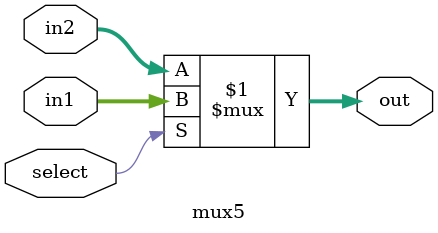
<source format=v>



module mux5(in1, in2, select, out);

	input [4:0] in1;
	input [4:0] in2; 
	input select; 
	output [4:0] out;

	assign out = (select)? in1 : in2;

endmodule

</source>
